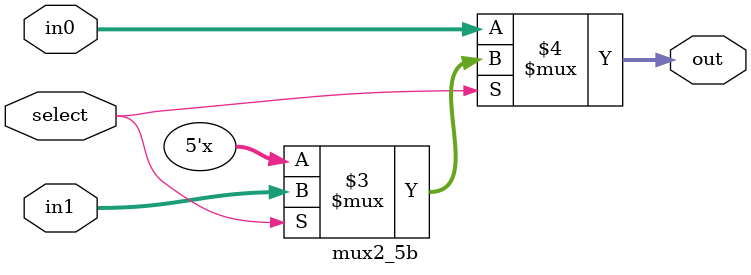
<source format=v>
module ozer_alican_bonus(output [31:0] Result);
	
	wire [1:0] Branch;
	wire [4:0] rs,rt,rd,shamt,REGWRin,ALUCONTROL;
	wire [5:0] opcode,funct;	
	wire [15:0] offset;
	wire [25:0] targetAddress;	
	wire [31:0] signExtented,shamt32;
	wire zero,carry,overflow,RegWr,MemWrite,ALUMUX1,ALUMUX2,selectReg,MemtoReg;
	wire [31:0]PCin,PCOut,PCWire,REGOut1,REGOut2,reg32,ALUin1,ALUin2,
		ALUResult,MEMOut,WriteDATA;
	//moduls connection definition
	PCModul PC(PCin,PCOut);
	INSTMemory IM(PCOut,reg32);
	//gelen registerı parçala
	assign opcode=reg32[31:26];
	assign rs=reg32[25:21];
	assign rt=reg32[20:16];
	assign rd=reg32[15:11];
	assign shamt=reg32[10:6];
	assign funct=reg32[5:0];	
	assign targetAddress=reg32[25:0];
	assign offset=reg32[15:0];
	//sign extend to 32 bit
	assign signExtented = {{16{offset[15]}},offset[15:0]};
	assign shamt32 = {{28{shamt[4]}},shamt[3:0]};
	/**************/
	CONTROLLER CONTROL(opcode,funct,ALUCONTROL,ALUMUX1,ALUMUX2,RegWr,MemWrite,selectReg,MemtoReg,Branch);	
	
	mux2_5b wrReg(selectReg,rt,rd,REGWRin);

	REGMemory REG(rs,rt,REGWRin,WriteDATA,RegWr,REGOut1,REGOut2);
	
	mux2_32b alu1(ALUMUX1,REGOut1,shamt32,ALUin1);
	
	mux2_32b alu2(ALUMUX2,REGOut2,signExtented,ALUin2);
	
	ALUModul ALU(ALUCONTROL,ALUin1,ALUin2,ALUResult,zero,carry,overflow);
	
	DATAMemory DATAMEM(ALUResult,REGOut2,MemWrite,MEMOut);
	//sadece SW de memdeki data rege yazılır
	mux2_32b MemOrAlu(MemtoReg,ALUResult,MEMOut,WriteDATA);

	//jump , branc  ve pc guncelleme
	assign PCWire=PCOut+32'd4;
	assign PCin = 
		(Branch == 2'b00 && zero == 1'b1) ? (PCWire +signExtented * 4)://beq
		(Branch == 2'b01 && zero == 1'b0) ? (PCWire +signExtented * 4)://bne
		(Branch == 2'b10) ? {PCWire[31:28],targetAddress,2'b00}://jump
		PCWire;
		
	assign Result = ALUResult;
endmodule	

module mux2_32b(input select,input [31:0] in0,in1,output[31:0] out);
	assign out = (select == 1'b0) ? in0:
					(select == 1'b1) ? in1: 32'bx;
endmodule
module mux2_5b(input select,input [4:0] in0,in1,output[4:0] out);
	assign out = (select == 1'b0) ? in0:
					(select == 1'b1) ? in1: 5'bx;
endmodule
	
</source>
